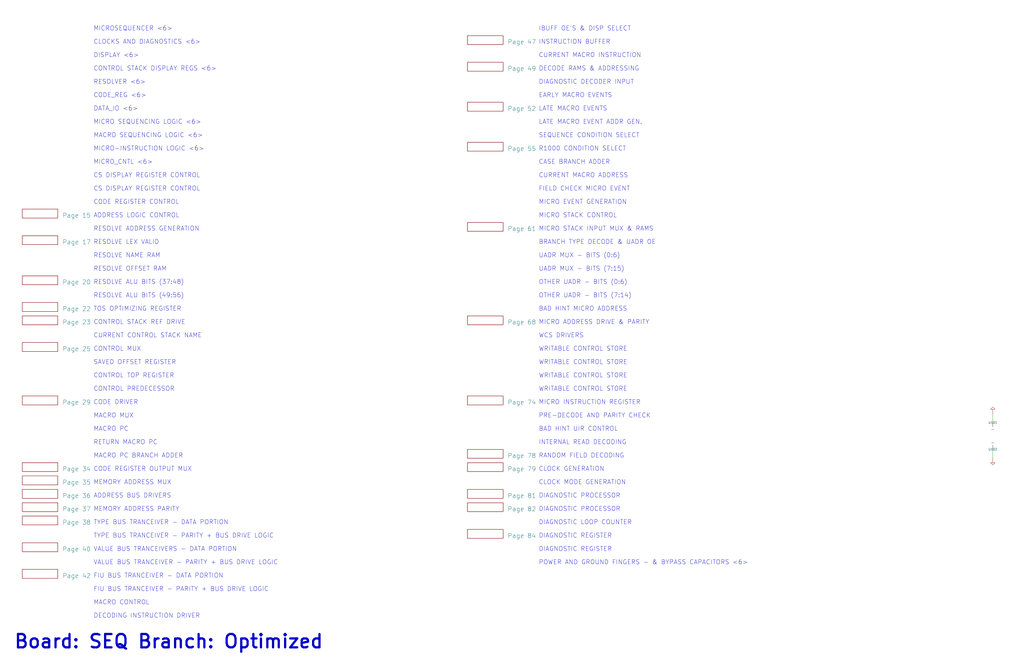
<source format=kicad_sch>
(kicad_sch (version 20230121) (generator eeschema)
  (paper "User" 584.2 378.46)
  (title_block (title "SEQ Main"))
  (lib_symbols
    (symbol "r1000:PD" (power) (pin_numbers hide) (pin_names hide) (in_bom no)
      (symbol "PD_0_1"
        (polyline (pts (xy 0 -2.54) (xy 1.27 -2.54) (xy 0 -3.81) (xy -1.27 -2.54) (xy 0 -2.54)) (stroke (width 0.1524)))
      )
      (symbol "PD_1_1"
        (pin power_in line (at 0 0 270) (length 2.54) (name "PD") (number "1"))
      )
    )
    (symbol "r1000:PU" (power) (pin_numbers hide) (pin_names hide)
      (symbol "PU_0_1"
        (polyline (pts (xy 0 2.54) (xy -1.27 2.54) (xy 0 3.81) (xy 1.27 2.54) (xy 0 2.54)) (stroke (width 0.1524)))
      )
      (symbol "PU_1_1"
        (pin power_in line (at 0 0 90) (length 2.54) (name "PU") (number "1"))
      )
    )
    (symbol "r1000:Pull_Down" (pin_numbers hide) (pin_names hide)
      (property "Reference" "U" (at 0 0 0))
      (property "Value" "Pull_Down" (at 0 3.81 0))
      (symbol "Pull_Down_1_1"
        (pin power_out line (at 0 0 90) (length 2.54) (name "Out") (number "1"))
      )
    )
    (symbol "r1000:Pull_Up" (pin_numbers hide) (pin_names hide)
      (property "Reference" "U" (at 0 0 0))
      (property "Value" "Pull_Up" (at 0 -3.81 0))
      (symbol "Pull_Up_1_1"
        (pin power_out line (at 0 0 270) (length 2.54) (name "Out") (number "1"))
      )
    )
  )
  (wire (pts (xy 566.42 256.54) (xy 566.42 261.62)))
  (wire (pts (xy 566.42 236.22) (xy 566.42 241.3)))
  (text "MICRO STACK CONTROL" (at 307.34 124.46 0) (effects (font (size 2.54 2.54)) (justify left bottom)))
  (text "WRITABLE CONTROL STORE" (at 307.34 215.9 0) (effects (font (size 2.54 2.54)) (justify left bottom)))
  (text "INSTRUCTION BUFFER" (at 307.34 25.4 0) (effects (font (size 2.54 2.54)) (justify left bottom)))
  (text "PRE-DECODE AND PARITY CHECK" (at 307.34 238.76 0) (effects (font (size 2.54 2.54)) (justify left bottom)))
  (text "WRITABLE CONTROL STORE" (at 307.34 200.66 0) (effects (font (size 2.54 2.54)) (justify left bottom)))
  (text "POWER AND GROUND FINGERS - & BYPASS CAPACITORS <6>" (at 307.34 322.58 0) (effects (font (size 2.54 2.54)) (justify left bottom)))
  (text "LATE MACRO EVENT ADDR GEN." (at 307.34 71.12 0) (effects (font (size 2.54 2.54)) (justify left bottom)))
  (text "EARLY MACRO EVENTS" (at 307.34 55.88 0) (effects (font (size 2.54 2.54)) (justify left bottom)))
  (text "VALUE BUS TRANCEIVERS - DATA PORTION" (at 53.34 314.96 0) (effects (font (size 2.54 2.54)) (justify left bottom)))
  (text "TYPE BUS TRANCEIVER - PARITY + BUS DRIVE LOGIC" (at 53.34 307.34 0) (effects (font (size 2.54 2.54)) (justify left bottom)))
  (text "DIAGNOSTIC DECODER INPUT" (at 307.34 48.26 0) (effects (font (size 2.54 2.54)) (justify left bottom)))
  (text "MEMORY ADDRESS MUX" (at 53.34 276.86 0) (effects (font (size 2.54 2.54)) (justify left bottom)))
  (text "UADR MUX - BITS (0:6)" (at 307.34 147.32 0) (effects (font (size 2.54 2.54)) (justify left bottom)))
  (text "CURRENT MACRO INSTRUCTION" (at 307.34 33.02 0) (effects (font (size 2.54 2.54)) (justify left bottom)))
  (text "R1000 CONDITION SELECT" (at 307.34 86.36 0) (effects (font (size 2.54 2.54)) (justify left bottom)))
  (text "RESOLVE LEX VALID" (at 53.34 139.7 0) (effects (font (size 2.54 2.54)) (justify left bottom)))
  (text "DECODE RAMS & ADDRESSING" (at 307.34 40.64 0) (effects (font (size 2.54 2.54)) (justify left bottom)))
  (text "TOS OPTIMIZING REGISTER" (at 53.34 177.8 0) (effects (font (size 2.54 2.54)) (justify left bottom)))
  (text "CONTROL STACK DISPLAY REGS <6>" (at 53.34 40.64 0) (effects (font (size 2.54 2.54)) (justify left bottom)))
  (text "CLOCK MODE GENERATION" (at 307.34 276.86 0) (effects (font (size 2.54 2.54)) (justify left bottom)))
  (text "RESOLVE ALU BITS (49:56)" (at 53.34 170.18 0) (effects (font (size 2.54 2.54)) (justify left bottom)))
  (text "DIAGNOSTIC REGISTER" (at 307.34 314.96 0) (effects (font (size 2.54 2.54)) (justify left bottom)))
  (text "MACRO MUX" (at 53.34 238.76 0) (effects (font (size 2.54 2.54)) (justify left bottom)))
  (text "IBUFF OE'S & DISP SELECT" (at 307.34 17.78 0) (effects (font (size 2.54 2.54)) (justify left bottom)))
  (text "DIAGNOSTIC PROCESSOR" (at 307.34 292.1 0) (effects (font (size 2.54 2.54)) (justify left bottom)))
  (text "CONTROL PREDECESSOR" (at 53.34 223.52 0) (effects (font (size 2.54 2.54)) (justify left bottom)))
  (text "FIELD CHECK MICRO EVENT" (at 307.34 109.22 0) (effects (font (size 2.54 2.54)) (justify left bottom)))
  (text "CODE REGISTER CONTROL" (at 53.34 116.84 0) (effects (font (size 2.54 2.54)) (justify left bottom)))
  (text "FIU BUS TRANCEIVER - DATA PORTION" (at 53.34 330.2 0) (effects (font (size 2.54 2.54)) (justify left bottom)))
  (text "ADDRESS BUS DRIVERS" (at 53.34 284.48 0) (effects (font (size 2.54 2.54)) (justify left bottom)))
  (text "FIU BUS TRANCEIVER - PARITY + BUS DRIVE LOGIC" (at 53.34 337.82 0) (effects (font (size 2.54 2.54)) (justify left bottom)))
  (text "CS DISPLAY REGISTER CONTROL" (at 53.34 109.22 0) (effects (font (size 2.54 2.54)) (justify left bottom)))
  (text "MICROSEQUENCER <6>" (at 53.34 17.78 0) (effects (font (size 2.54 2.54)) (justify left bottom)))
  (text "BAD HINT UIR CONTROL" (at 307.34 246.38 0) (effects (font (size 2.54 2.54)) (justify left bottom)))
  (text "TYPE BUS TRANCEIVER - DATA PORTION" (at 53.34 299.72 0) (effects (font (size 2.54 2.54)) (justify left bottom)))
  (text "OTHER UADR - BITS (0:6)" (at 307.34 162.56 0) (effects (font (size 2.54 2.54)) (justify left bottom)))
  (text "CURRENT MACRO ADDRESS" (at 307.34 101.6 0) (effects (font (size 2.54 2.54)) (justify left bottom)))
  (text "DIAGNOSTIC LOOP COUNTER" (at 307.34 299.72 0) (effects (font (size 2.54 2.54)) (justify left bottom)))
  (text "DECODING INSTRUCTION DRIVER" (at 53.34 353.06 0) (effects (font (size 2.54 2.54)) (justify left bottom)))
  (text "RESOLVE ALU BITS (37:48)" (at 53.34 162.56 0) (effects (font (size 2.54 2.54)) (justify left bottom)))
  (text "UADR MUX - BITS (7:15)" (at 307.34 154.94 0) (effects (font (size 2.54 2.54)) (justify left bottom)))
  (text "RESOLVE ADDRESS GENERATION" (at 53.34 132.08 0) (effects (font (size 2.54 2.54)) (justify left bottom)))
  (text "MACRO CONTROL" (at 53.34 345.44 0) (effects (font (size 2.54 2.54)) (justify left bottom)))
  (text "CONTROL MUX" (at 53.34 200.66 0) (effects (font (size 2.54 2.54)) (justify left bottom)))
  (text "MICRO-INSTRUCTION LOGIC <6>" (at 53.34 86.36 0) (effects (font (size 2.54 2.54)) (justify left bottom)))
  (text "CURRENT CONTROL STACK NAME" (at 53.34 193.04 0) (effects (font (size 2.54 2.54)) (justify left bottom)))
  (text "DIAGNOSTIC REGISTER" (at 307.34 307.34 0) (effects (font (size 2.54 2.54)) (justify left bottom)))
  (text "BAD HINT MICRO ADDRESS" (at 307.34 177.8 0) (effects (font (size 2.54 2.54)) (justify left bottom)))
  (text "DIAGNOSTIC PROCESSOR" (at 307.34 284.48 0) (effects (font (size 2.54 2.54)) (justify left bottom)))
  (text "RANDOM FIELD DECODING" (at 307.34 261.62 0) (effects (font (size 2.54 2.54)) (justify left bottom)))
  (text "CLOCK GENERATION" (at 307.34 269.24 0) (effects (font (size 2.54 2.54)) (justify left bottom)))
  (text "WRITABLE CONTROL STORE" (at 307.34 223.52 0) (effects (font (size 2.54 2.54)) (justify left bottom)))
  (text "VALUE BUS TRANCEIVER - PARITY + BUS DRIVE LOGIC" (at 53.34 322.58 0) (effects (font (size 2.54 2.54)) (justify left bottom)))
  (text "CONTROL TOP REGISTER" (at 53.34 215.9 0) (effects (font (size 2.54 2.54)) (justify left bottom)))
  (text "MACRO PC" (at 53.34 246.38 0) (effects (font (size 2.54 2.54)) (justify left bottom)))
  (text "CASE BRANCH ADDER" (at 307.34 93.98 0) (effects (font (size 2.54 2.54)) (justify left bottom)))
  (text "DATA_IO <6>" (at 53.34 63.5 0) (effects (font (size 2.54 2.54)) (justify left bottom)))
  (text "BRANCH TYPE DECODE & UADR OE" (at 307.34 139.7 0) (effects (font (size 2.54 2.54)) (justify left bottom)))
  (text "MACRO SEQUENCING LOGIC <6>" (at 53.34 78.74 0) (effects (font (size 2.54 2.54)) (justify left bottom)))
  (text "MACRO PC BRANCH ADDER" (at 53.34 261.62 0) (effects (font (size 2.54 2.54)) (justify left bottom)))
  (text "MICRO INSTRUCTION REGISTER" (at 307.34 231.14 0) (effects (font (size 2.54 2.54)) (justify left bottom)))
  (text "Board: SEQ Branch: Optimized" (at 7.62 370.84 0) (effects (font (size 7.62 7.62) (thickness 1.27) bold) (justify left bottom)))
  (text "MICRO ADDRESS DRIVE & PARITY" (at 307.34 185.42 0) (effects (font (size 2.54 2.54)) (justify left bottom)))
  (text "INTERNAL READ DECODING" (at 307.34 254 0) (effects (font (size 2.54 2.54)) (justify left bottom)))
  (text "ADDRESS LOGIC CONTROL" (at 53.34 124.46 0) (effects (font (size 2.54 2.54)) (justify left bottom)))
  (text "RESOLVER <6>" (at 53.34 48.26 0) (effects (font (size 2.54 2.54)) (justify left bottom)))
  (text "MICRO STACK INPUT MUX & RAMS" (at 307.34 132.08 0) (effects (font (size 2.54 2.54)) (justify left bottom)))
  (text "SEQUENCE CONDITION SELECT" (at 307.34 78.74 0) (effects (font (size 2.54 2.54)) (justify left bottom)))
  (text "CS DISPLAY REGISTER CONTROL" (at 53.34 101.6 0) (effects (font (size 2.54 2.54)) (justify left bottom)))
  (text "WRITABLE CONTROL STORE" (at 307.34 208.28 0) (effects (font (size 2.54 2.54)) (justify left bottom)))
  (text "CODE REGISTER OUTPUT MUX" (at 53.34 269.24 0) (effects (font (size 2.54 2.54)) (justify left bottom)))
  (text "CONTROL STACK REF DRIVE" (at 53.34 185.42 0) (effects (font (size 2.54 2.54)) (justify left bottom)))
  (text "MICRO_CNTL <6>" (at 53.34 93.98 0) (effects (font (size 2.54 2.54)) (justify left bottom)))
  (text "OTHER UADR - BITS (7:14)" (at 307.34 170.18 0) (effects (font (size 2.54 2.54)) (justify left bottom)))
  (text "RESOLVE NAME RAM" (at 53.34 147.32 0) (effects (font (size 2.54 2.54)) (justify left bottom)))
  (text "RESOLVE OFFSET RAM" (at 53.34 154.94 0) (effects (font (size 2.54 2.54)) (justify left bottom)))
  (text "DISPLAY <6>" (at 53.34 33.02 0) (effects (font (size 2.54 2.54)) (justify left bottom)))
  (text "CODE DRIVER" (at 53.34 231.14 0) (effects (font (size 2.54 2.54)) (justify left bottom)))
  (text "CODE_REG <6>" (at 53.34 55.88 0) (effects (font (size 2.54 2.54)) (justify left bottom)))
  (text "RETURN MACRO PC" (at 53.34 254 0) (effects (font (size 2.54 2.54)) (justify left bottom)))
  (text "MEMORY ADDRESS PARITY" (at 53.34 292.1 0) (effects (font (size 2.54 2.54)) (justify left bottom)))
  (text "CLOCKS AND DIAGNOSTICS <6>" (at 53.34 25.4 0) (effects (font (size 2.54 2.54)) (justify left bottom)))
  (text "MICRO EVENT GENERATION" (at 307.34 116.84 0) (effects (font (size 2.54 2.54)) (justify left bottom)))
  (text "LATE MACRO EVENTS" (at 307.34 63.5 0) (effects (font (size 2.54 2.54)) (justify left bottom)))
  (text "MICRO SEQUENCING LOGIC <6>" (at 53.34 71.12 0) (effects (font (size 2.54 2.54)) (justify left bottom)))
  (text "SAVED OFFSET REGISTER" (at 53.34 208.28 0) (effects (font (size 2.54 2.54)) (justify left bottom)))
  (text "WCS DRIVERS" (at 307.34 193.04 0) (effects (font (size 2.54 2.54)) (justify left bottom)))
  (symbol (lib_id "r1000:Pull_Down") (at 566.42 256.54 0) (unit 1)
    (property "Reference" "U102" (at 566.42 256.54 0))
    (property "Value" "~" (at 566.42 252.73 0) (effects (font (size 2.54 2.54))))
  )
  (symbol (lib_id "r1000:PU") (at 566.42 236.22 0) (unit 1)
    (property "Reference" "#PWR0104" (effects hide))
  )
  (symbol (lib_id "r1000:Pull_Up") (at 566.42 241.3 0) (unit 1)
    (property "Reference" "U101" (at 566.42 241.3 0))
    (property "Value" "~" (at 566.42 245.11 0) (effects (font (size 2.54 2.54))))
  )
  (symbol (lib_id "r1000:PD") (at 566.42 261.62 0) (unit 1) (in_bom no)
    (property "Reference" "#PWR0108" (effects hide))
  )
  (sheet (at 266.7 58.42) (size 20.32 5.08)
    (property "Sheetname" "Page 52" (at 289.56 63.5 0) (effects (font (size 2.54 2.54)) (justify left bottom)))
    (property "Sheetfile" "pg_52.kicad_sch" (effects hide))
  )
  (sheet (at 266.7 180.34) (size 20.32 5.08)
    (property "Sheetname" "Page 68" (at 289.56 185.42 0) (effects (font (size 2.54 2.54)) (justify left bottom)))
    (property "Sheetfile" "pg_68.kicad_sch" (effects hide))
  )
  (sheet (at 266.7 256.54) (size 20.32 5.08)
    (property "Sheetname" "Page 78" (at 289.56 261.62 0) (effects (font (size 2.54 2.54)) (justify left bottom)))
    (property "Sheetfile" "pg_78.kicad_sch" (effects hide))
  )
  (sheet (at 266.7 127) (size 20.32 5.08)
    (property "Sheetname" "Page 61" (at 289.56 132.08 0) (effects (font (size 2.54 2.54)) (justify left bottom)))
    (property "Sheetfile" "pg_61.kicad_sch" (effects hide))
  )
  (sheet (at 12.7 279.4) (size 20.32 5.08)
    (property "Sheetname" "Page 36" (at 35.56 284.48 0) (effects (font (size 2.54 2.54)) (justify left bottom)))
    (property "Sheetfile" "pg_36.kicad_sch" (effects hide))
  )
  (sheet (at 266.7 287.02) (size 20.32 5.08)
    (property "Sheetname" "Page 82" (at 289.56 292.1 0) (effects (font (size 2.54 2.54)) (justify left bottom)))
    (property "Sheetfile" "pg_82.kicad_sch" (effects hide))
  )
  (sheet (at 12.7 180.34) (size 20.32 5.08)
    (property "Sheetname" "Page 23" (at 35.56 185.42 0) (effects (font (size 2.54 2.54)) (justify left bottom)))
    (property "Sheetfile" "pg_23.kicad_sch" (effects hide))
  )
  (sheet (at 12.7 325.12) (size 20.32 5.08)
    (property "Sheetname" "Page 42" (at 35.56 330.2 0) (effects (font (size 2.54 2.54)) (justify left bottom)))
    (property "Sheetfile" "pg_42.kicad_sch" (effects hide))
  )
  (sheet (at 12.7 195.58) (size 20.32 5.08)
    (property "Sheetname" "Page 25" (at 35.56 200.66 0) (effects (font (size 2.54 2.54)) (justify left bottom)))
    (property "Sheetfile" "pg_25.kicad_sch" (effects hide))
  )
  (sheet (at 266.7 20.32) (size 20.32 5.08)
    (property "Sheetname" "Page 47" (at 289.56 25.4 0) (effects (font (size 2.54 2.54)) (justify left bottom)))
    (property "Sheetfile" "pg_47.kicad_sch" (effects hide))
  )
  (sheet (at 266.7 264.16) (size 20.32 5.08)
    (property "Sheetname" "Page 79" (at 289.56 269.24 0) (effects (font (size 2.54 2.54)) (justify left bottom)))
    (property "Sheetfile" "pg_79.kicad_sch" (effects hide))
  )
  (sheet (at 12.7 134.62) (size 20.32 5.08)
    (property "Sheetname" "Page 17" (at 35.56 139.7 0) (effects (font (size 2.54 2.54)) (justify left bottom)))
    (property "Sheetfile" "pg_17.kicad_sch" (effects hide))
  )
  (sheet (at 12.7 309.88) (size 20.32 5.08)
    (property "Sheetname" "Page 40" (at 35.56 314.96 0) (effects (font (size 2.54 2.54)) (justify left bottom)))
    (property "Sheetfile" "pg_40.kicad_sch" (effects hide))
  )
  (sheet (at 12.7 172.72) (size 20.32 5.08)
    (property "Sheetname" "Page 22" (at 35.56 177.8 0) (effects (font (size 2.54 2.54)) (justify left bottom)))
    (property "Sheetfile" "pg_22.kicad_sch" (effects hide))
  )
  (sheet (at 266.7 279.4) (size 20.32 5.08)
    (property "Sheetname" "Page 81" (at 289.56 284.48 0) (effects (font (size 2.54 2.54)) (justify left bottom)))
    (property "Sheetfile" "pg_81.kicad_sch" (effects hide))
  )
  (sheet (at 266.7 302.26) (size 20.32 5.08)
    (property "Sheetname" "Page 84" (at 289.56 307.34 0) (effects (font (size 2.54 2.54)) (justify left bottom)))
    (property "Sheetfile" "pg_84.kicad_sch" (effects hide))
  )
  (sheet (at 266.7 35.56) (size 20.32 5.08)
    (property "Sheetname" "Page 49" (at 289.56 40.64 0) (effects (font (size 2.54 2.54)) (justify left bottom)))
    (property "Sheetfile" "pg_49.kicad_sch" (effects hide))
  )
  (sheet (at 266.7 81.28) (size 20.32 5.08)
    (property "Sheetname" "Page 55" (at 289.56 86.36 0) (effects (font (size 2.54 2.54)) (justify left bottom)))
    (property "Sheetfile" "pg_55.kicad_sch" (effects hide))
  )
  (sheet (at 12.7 287.02) (size 20.32 5.08)
    (property "Sheetname" "Page 37" (at 35.56 292.1 0) (effects (font (size 2.54 2.54)) (justify left bottom)))
    (property "Sheetfile" "pg_37.kicad_sch" (effects hide))
  )
  (sheet (at 12.7 264.16) (size 20.32 5.08)
    (property "Sheetname" "Page 34" (at 35.56 269.24 0) (effects (font (size 2.54 2.54)) (justify left bottom)))
    (property "Sheetfile" "pg_34.kicad_sch" (effects hide))
  )
  (sheet (at 12.7 119.38) (size 20.32 5.08)
    (property "Sheetname" "Page 15" (at 35.56 124.46 0) (effects (font (size 2.54 2.54)) (justify left bottom)))
    (property "Sheetfile" "pg_15.kicad_sch" (effects hide))
  )
  (sheet (at 12.7 226.06) (size 20.32 5.08)
    (property "Sheetname" "Page 29" (at 35.56 231.14 0) (effects (font (size 2.54 2.54)) (justify left bottom)))
    (property "Sheetfile" "pg_29.kicad_sch" (effects hide))
  )
  (sheet (at 12.7 157.48) (size 20.32 5.08)
    (property "Sheetname" "Page 20" (at 35.56 162.56 0) (effects (font (size 2.54 2.54)) (justify left bottom)))
    (property "Sheetfile" "pg_20.kicad_sch" (effects hide))
  )
  (sheet (at 12.7 294.64) (size 20.32 5.08)
    (property "Sheetname" "Page 38" (at 35.56 299.72 0) (effects (font (size 2.54 2.54)) (justify left bottom)))
    (property "Sheetfile" "pg_38.kicad_sch" (effects hide))
  )
  (sheet (at 266.7 226.06) (size 20.32 5.08)
    (property "Sheetname" "Page 74" (at 289.56 231.14 0) (effects (font (size 2.54 2.54)) (justify left bottom)))
    (property "Sheetfile" "pg_74.kicad_sch" (effects hide))
  )
  (sheet (at 12.7 271.78) (size 20.32 5.08)
    (property "Sheetname" "Page 35" (at 35.56 276.86 0) (effects (font (size 2.54 2.54)) (justify left bottom)))
    (property "Sheetfile" "pg_35.kicad_sch" (effects hide))
  )
)
</source>
